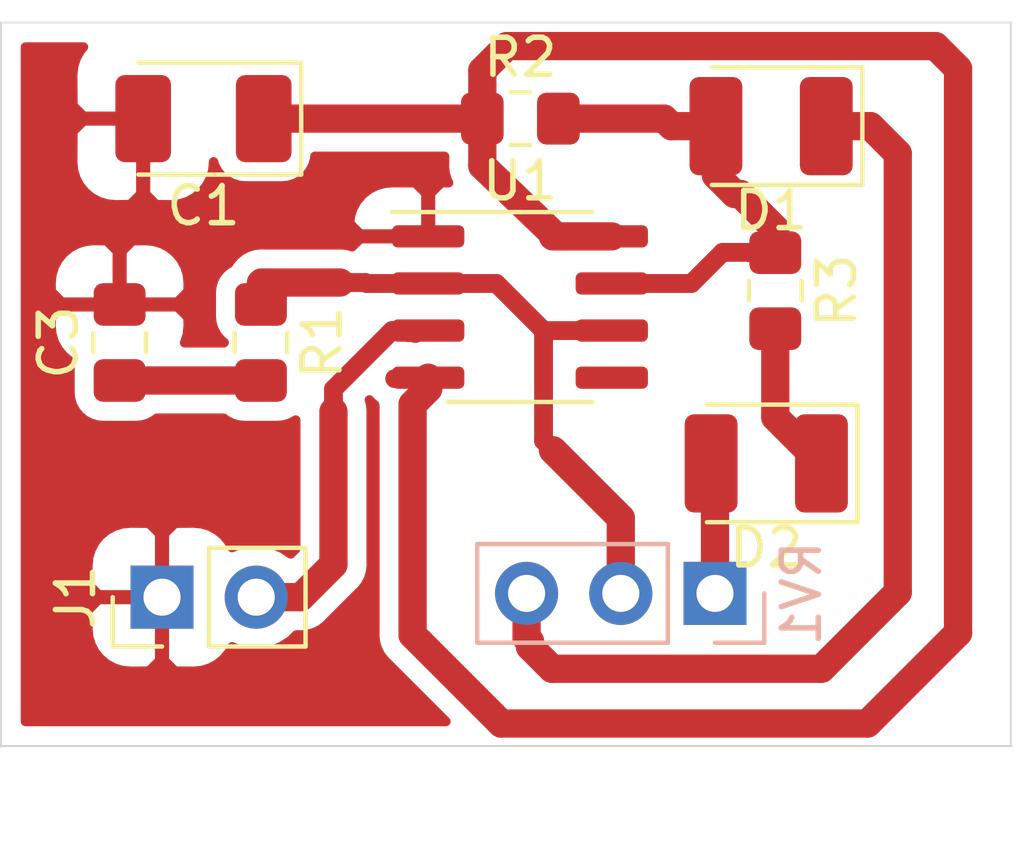
<source format=kicad_pcb>
(kicad_pcb (version 20171130) (host pcbnew 5.1.5-1.fc31)

  (general
    (thickness 1.6)
    (drawings 4)
    (tracks 75)
    (zones 0)
    (modules 10)
    (nets 11)
  )

  (page A4)
  (layers
    (0 F.Cu signal)
    (31 B.Cu signal)
    (32 B.Adhes user)
    (33 F.Adhes user)
    (34 B.Paste user)
    (35 F.Paste user)
    (36 B.SilkS user)
    (37 F.SilkS user)
    (38 B.Mask user)
    (39 F.Mask user)
    (40 Dwgs.User user)
    (41 Cmts.User user)
    (42 Eco1.User user)
    (43 Eco2.User user)
    (44 Edge.Cuts user)
    (45 Margin user)
    (46 B.CrtYd user)
    (47 F.CrtYd user)
    (48 B.Fab user)
    (49 F.Fab user)
  )

  (setup
    (last_trace_width 0.508)
    (user_trace_width 0.254)
    (user_trace_width 0.508)
    (user_trace_width 0.762)
    (trace_clearance 0.2)
    (zone_clearance 0.508)
    (zone_45_only no)
    (trace_min 0.2)
    (via_size 0.8)
    (via_drill 0.4)
    (via_min_size 0.4)
    (via_min_drill 0.3)
    (uvia_size 0.3)
    (uvia_drill 0.1)
    (uvias_allowed no)
    (uvia_min_size 0.2)
    (uvia_min_drill 0.1)
    (edge_width 0.05)
    (segment_width 0.2)
    (pcb_text_width 0.3)
    (pcb_text_size 1.5 1.5)
    (mod_edge_width 0.12)
    (mod_text_size 1 1)
    (mod_text_width 0.15)
    (pad_size 1.524 1.524)
    (pad_drill 0.762)
    (pad_to_mask_clearance 0.051)
    (solder_mask_min_width 0.25)
    (aux_axis_origin 0 0)
    (visible_elements FFFFFF7F)
    (pcbplotparams
      (layerselection 0x010fc_ffffffff)
      (usegerberextensions false)
      (usegerberattributes false)
      (usegerberadvancedattributes false)
      (creategerberjobfile false)
      (excludeedgelayer true)
      (linewidth 0.100000)
      (plotframeref false)
      (viasonmask false)
      (mode 1)
      (useauxorigin false)
      (hpglpennumber 1)
      (hpglpenspeed 20)
      (hpglpendiameter 15.000000)
      (psnegative false)
      (psa4output false)
      (plotreference true)
      (plotvalue true)
      (plotinvisibletext false)
      (padsonsilk false)
      (subtractmaskfromsilk false)
      (outputformat 1)
      (mirror false)
      (drillshape 1)
      (scaleselection 1)
      (outputdirectory ""))
  )

  (net 0 "")
  (net 1 +9V)
  (net 2 GND)
  (net 3 "Net-(C2-Pad1)")
  (net 4 "Net-(C3-Pad1)")
  (net 5 "Net-(D1-Pad2)")
  (net 6 "Net-(D1-Pad1)")
  (net 7 "Net-(D2-Pad1)")
  (net 8 "Net-(D2-Pad2)")
  (net 9 "Net-(J1-Pad2)")
  (net 10 "Net-(R1-Pad1)")

  (net_class Default "Ez az alapértelmezett vezetékosztály"
    (clearance 0.2)
    (trace_width 0.25)
    (via_dia 0.8)
    (via_drill 0.4)
    (uvia_dia 0.3)
    (uvia_drill 0.1)
    (add_net +9V)
    (add_net GND)
    (add_net "Net-(C2-Pad1)")
    (add_net "Net-(C3-Pad1)")
    (add_net "Net-(D1-Pad1)")
    (add_net "Net-(D1-Pad2)")
    (add_net "Net-(D2-Pad1)")
    (add_net "Net-(D2-Pad2)")
    (add_net "Net-(J1-Pad2)")
    (add_net "Net-(R1-Pad1)")
  )

  (module Capacitor_Tantalum_SMD:CP_EIA-3528-21_Kemet-B_Pad1.50x2.35mm_HandSolder (layer F.Cu) (tedit 5B342532) (tstamp 5E3252BA)
    (at 104.7998 90.424 180)
    (descr "Tantalum Capacitor SMD Kemet-B (3528-21 Metric), IPC_7351 nominal, (Body size from: http://www.kemet.com/Lists/ProductCatalog/Attachments/253/KEM_TC101_STD.pdf), generated with kicad-footprint-generator")
    (tags "capacitor tantalum")
    (path /5D458C7C)
    (attr smd)
    (fp_text reference C1 (at 0 -2.35) (layer F.SilkS)
      (effects (font (size 1 1) (thickness 0.15)))
    )
    (fp_text value CP (at 0 2.35) (layer F.Fab)
      (effects (font (size 1 1) (thickness 0.15)))
    )
    (fp_text user %R (at 0 0) (layer F.Fab)
      (effects (font (size 0.88 0.88) (thickness 0.13)))
    )
    (fp_line (start 2.62 1.65) (end -2.62 1.65) (layer F.CrtYd) (width 0.05))
    (fp_line (start 2.62 -1.65) (end 2.62 1.65) (layer F.CrtYd) (width 0.05))
    (fp_line (start -2.62 -1.65) (end 2.62 -1.65) (layer F.CrtYd) (width 0.05))
    (fp_line (start -2.62 1.65) (end -2.62 -1.65) (layer F.CrtYd) (width 0.05))
    (fp_line (start -2.635 1.51) (end 1.75 1.51) (layer F.SilkS) (width 0.12))
    (fp_line (start -2.635 -1.51) (end -2.635 1.51) (layer F.SilkS) (width 0.12))
    (fp_line (start 1.75 -1.51) (end -2.635 -1.51) (layer F.SilkS) (width 0.12))
    (fp_line (start 1.75 1.4) (end 1.75 -1.4) (layer F.Fab) (width 0.1))
    (fp_line (start -1.75 1.4) (end 1.75 1.4) (layer F.Fab) (width 0.1))
    (fp_line (start -1.75 -0.7) (end -1.75 1.4) (layer F.Fab) (width 0.1))
    (fp_line (start -1.05 -1.4) (end -1.75 -0.7) (layer F.Fab) (width 0.1))
    (fp_line (start 1.75 -1.4) (end -1.05 -1.4) (layer F.Fab) (width 0.1))
    (pad 2 smd roundrect (at 1.625 0 180) (size 1.5 2.35) (layers F.Cu F.Paste F.Mask) (roundrect_rratio 0.166667)
      (net 2 GND))
    (pad 1 smd roundrect (at -1.625 0 180) (size 1.5 2.35) (layers F.Cu F.Paste F.Mask) (roundrect_rratio 0.166667)
      (net 1 +9V))
    (model ${KISYS3DMOD}/Capacitor_Tantalum_SMD.3dshapes/CP_EIA-3528-21_Kemet-B.wrl
      (at (xyz 0 0 0))
      (scale (xyz 1 1 1))
      (rotate (xyz 0 0 0))
    )
  )

  (module Connector_PinHeader_2.54mm:PinHeader_1x03_P2.54mm_Vertical (layer B.Cu) (tedit 59FED5CC) (tstamp 5E324C31)
    (at 118.5926 103.2256 90)
    (descr "Through hole straight pin header, 1x03, 2.54mm pitch, single row")
    (tags "Through hole pin header THT 1x03 2.54mm single row")
    (path /5D45A4A3)
    (fp_text reference RV1 (at 0 2.33 90) (layer B.SilkS)
      (effects (font (size 1 1) (thickness 0.15)) (justify mirror))
    )
    (fp_text value R_POT (at 0 -7.41 90) (layer B.Fab)
      (effects (font (size 1 1) (thickness 0.15)) (justify mirror))
    )
    (fp_line (start -0.635 1.27) (end 1.27 1.27) (layer B.Fab) (width 0.1))
    (fp_line (start 1.27 1.27) (end 1.27 -6.35) (layer B.Fab) (width 0.1))
    (fp_line (start 1.27 -6.35) (end -1.27 -6.35) (layer B.Fab) (width 0.1))
    (fp_line (start -1.27 -6.35) (end -1.27 0.635) (layer B.Fab) (width 0.1))
    (fp_line (start -1.27 0.635) (end -0.635 1.27) (layer B.Fab) (width 0.1))
    (fp_line (start -1.33 -6.41) (end 1.33 -6.41) (layer B.SilkS) (width 0.12))
    (fp_line (start -1.33 -1.27) (end -1.33 -6.41) (layer B.SilkS) (width 0.12))
    (fp_line (start 1.33 -1.27) (end 1.33 -6.41) (layer B.SilkS) (width 0.12))
    (fp_line (start -1.33 -1.27) (end 1.33 -1.27) (layer B.SilkS) (width 0.12))
    (fp_line (start -1.33 0) (end -1.33 1.33) (layer B.SilkS) (width 0.12))
    (fp_line (start -1.33 1.33) (end 0 1.33) (layer B.SilkS) (width 0.12))
    (fp_line (start -1.8 1.8) (end -1.8 -6.85) (layer B.CrtYd) (width 0.05))
    (fp_line (start -1.8 -6.85) (end 1.8 -6.85) (layer B.CrtYd) (width 0.05))
    (fp_line (start 1.8 -6.85) (end 1.8 1.8) (layer B.CrtYd) (width 0.05))
    (fp_line (start 1.8 1.8) (end -1.8 1.8) (layer B.CrtYd) (width 0.05))
    (fp_text user %R (at 0 -2.54 180) (layer B.Fab)
      (effects (font (size 1 1) (thickness 0.15)) (justify mirror))
    )
    (pad 1 thru_hole rect (at 0 0 90) (size 1.7 1.7) (drill 1) (layers *.Cu *.Mask)
      (net 8 "Net-(D2-Pad2)"))
    (pad 2 thru_hole oval (at 0 -2.54 90) (size 1.7 1.7) (drill 1) (layers *.Cu *.Mask)
      (net 10 "Net-(R1-Pad1)"))
    (pad 3 thru_hole oval (at 0 -5.08 90) (size 1.7 1.7) (drill 1) (layers *.Cu *.Mask)
      (net 6 "Net-(D1-Pad1)"))
    (model ${KISYS3DMOD}/Connector_PinHeader_2.54mm.3dshapes/PinHeader_1x03_P2.54mm_Vertical.wrl
      (at (xyz 0 0 0))
      (scale (xyz 1 1 1))
      (rotate (xyz 0 0 0))
    )
  )

  (module Capacitor_SMD:C_0805_2012Metric_Pad1.15x1.40mm_HandSolder (layer F.Cu) (tedit 5B36C52B) (tstamp 5E324B29)
    (at 102.5398 96.4602 90)
    (descr "Capacitor SMD 0805 (2012 Metric), square (rectangular) end terminal, IPC_7351 nominal with elongated pad for handsoldering. (Body size source: https://docs.google.com/spreadsheets/d/1BsfQQcO9C6DZCsRaXUlFlo91Tg2WpOkGARC1WS5S8t0/edit?usp=sharing), generated with kicad-footprint-generator")
    (tags "capacitor handsolder")
    (path /5D45AC41)
    (attr smd)
    (fp_text reference C3 (at 0 -1.65 90) (layer F.SilkS)
      (effects (font (size 1 1) (thickness 0.15)))
    )
    (fp_text value C (at 0 1.65 90) (layer F.Fab)
      (effects (font (size 1 1) (thickness 0.15)))
    )
    (fp_text user %R (at 0 0 90) (layer F.Fab)
      (effects (font (size 0.5 0.5) (thickness 0.08)))
    )
    (fp_line (start 1.85 0.95) (end -1.85 0.95) (layer F.CrtYd) (width 0.05))
    (fp_line (start 1.85 -0.95) (end 1.85 0.95) (layer F.CrtYd) (width 0.05))
    (fp_line (start -1.85 -0.95) (end 1.85 -0.95) (layer F.CrtYd) (width 0.05))
    (fp_line (start -1.85 0.95) (end -1.85 -0.95) (layer F.CrtYd) (width 0.05))
    (fp_line (start -0.261252 0.71) (end 0.261252 0.71) (layer F.SilkS) (width 0.12))
    (fp_line (start -0.261252 -0.71) (end 0.261252 -0.71) (layer F.SilkS) (width 0.12))
    (fp_line (start 1 0.6) (end -1 0.6) (layer F.Fab) (width 0.1))
    (fp_line (start 1 -0.6) (end 1 0.6) (layer F.Fab) (width 0.1))
    (fp_line (start -1 -0.6) (end 1 -0.6) (layer F.Fab) (width 0.1))
    (fp_line (start -1 0.6) (end -1 -0.6) (layer F.Fab) (width 0.1))
    (pad 2 smd roundrect (at 1.025 0 90) (size 1.15 1.4) (layers F.Cu F.Paste F.Mask) (roundrect_rratio 0.217391)
      (net 2 GND))
    (pad 1 smd roundrect (at -1.025 0 90) (size 1.15 1.4) (layers F.Cu F.Paste F.Mask) (roundrect_rratio 0.217391)
      (net 4 "Net-(C3-Pad1)"))
    (model ${KISYS3DMOD}/Capacitor_SMD.3dshapes/C_0805_2012Metric.wrl
      (at (xyz 0 0 0))
      (scale (xyz 1 1 1))
      (rotate (xyz 0 0 0))
    )
  )

  (module Diode_SMD:D_1210_3225Metric_Pad1.42x2.65mm_HandSolder (layer F.Cu) (tedit 5B4B45C8) (tstamp 5E324A6B)
    (at 120.1055 90.6272 180)
    (descr "Diode SMD 1210 (3225 Metric), square (rectangular) end terminal, IPC_7351 nominal, (Body size source: http://www.tortai-tech.com/upload/download/2011102023233369053.pdf), generated with kicad-footprint-generator")
    (tags "diode handsolder")
    (path /5D46A108)
    (attr smd)
    (fp_text reference D1 (at 0 -2.28) (layer F.SilkS)
      (effects (font (size 1 1) (thickness 0.15)))
    )
    (fp_text value D (at 0 2.28) (layer F.Fab)
      (effects (font (size 1 1) (thickness 0.15)))
    )
    (fp_text user %R (at 0 0) (layer F.Fab)
      (effects (font (size 0.8 0.8) (thickness 0.12)))
    )
    (fp_line (start 2.45 1.58) (end -2.45 1.58) (layer F.CrtYd) (width 0.05))
    (fp_line (start 2.45 -1.58) (end 2.45 1.58) (layer F.CrtYd) (width 0.05))
    (fp_line (start -2.45 -1.58) (end 2.45 -1.58) (layer F.CrtYd) (width 0.05))
    (fp_line (start -2.45 1.58) (end -2.45 -1.58) (layer F.CrtYd) (width 0.05))
    (fp_line (start -2.46 1.585) (end 1.6 1.585) (layer F.SilkS) (width 0.12))
    (fp_line (start -2.46 -1.585) (end -2.46 1.585) (layer F.SilkS) (width 0.12))
    (fp_line (start 1.6 -1.585) (end -2.46 -1.585) (layer F.SilkS) (width 0.12))
    (fp_line (start 1.6 1.25) (end 1.6 -1.25) (layer F.Fab) (width 0.1))
    (fp_line (start -1.6 1.25) (end 1.6 1.25) (layer F.Fab) (width 0.1))
    (fp_line (start -1.6 -0.625) (end -1.6 1.25) (layer F.Fab) (width 0.1))
    (fp_line (start -0.975 -1.25) (end -1.6 -0.625) (layer F.Fab) (width 0.1))
    (fp_line (start 1.6 -1.25) (end -0.975 -1.25) (layer F.Fab) (width 0.1))
    (pad 2 smd roundrect (at 1.4875 0 180) (size 1.425 2.65) (layers F.Cu F.Paste F.Mask) (roundrect_rratio 0.175439)
      (net 5 "Net-(D1-Pad2)"))
    (pad 1 smd roundrect (at -1.4875 0 180) (size 1.425 2.65) (layers F.Cu F.Paste F.Mask) (roundrect_rratio 0.175439)
      (net 6 "Net-(D1-Pad1)"))
    (model ${KISYS3DMOD}/Diode_SMD.3dshapes/D_1210_3225Metric.wrl
      (at (xyz 0 0 0))
      (scale (xyz 1 1 1))
      (rotate (xyz 0 0 0))
    )
  )

  (module Diode_SMD:D_1210_3225Metric_Pad1.42x2.65mm_HandSolder (layer F.Cu) (tedit 5B4B45C8) (tstamp 5E324AE9)
    (at 119.9753 99.7204 180)
    (descr "Diode SMD 1210 (3225 Metric), square (rectangular) end terminal, IPC_7351 nominal, (Body size source: http://www.tortai-tech.com/upload/download/2011102023233369053.pdf), generated with kicad-footprint-generator")
    (tags "diode handsolder")
    (path /5D4692A9)
    (attr smd)
    (fp_text reference D2 (at 0 -2.28) (layer F.SilkS)
      (effects (font (size 1 1) (thickness 0.15)))
    )
    (fp_text value D (at 0 2.28) (layer F.Fab)
      (effects (font (size 1 1) (thickness 0.15)))
    )
    (fp_line (start 1.6 -1.25) (end -0.975 -1.25) (layer F.Fab) (width 0.1))
    (fp_line (start -0.975 -1.25) (end -1.6 -0.625) (layer F.Fab) (width 0.1))
    (fp_line (start -1.6 -0.625) (end -1.6 1.25) (layer F.Fab) (width 0.1))
    (fp_line (start -1.6 1.25) (end 1.6 1.25) (layer F.Fab) (width 0.1))
    (fp_line (start 1.6 1.25) (end 1.6 -1.25) (layer F.Fab) (width 0.1))
    (fp_line (start 1.6 -1.585) (end -2.46 -1.585) (layer F.SilkS) (width 0.12))
    (fp_line (start -2.46 -1.585) (end -2.46 1.585) (layer F.SilkS) (width 0.12))
    (fp_line (start -2.46 1.585) (end 1.6 1.585) (layer F.SilkS) (width 0.12))
    (fp_line (start -2.45 1.58) (end -2.45 -1.58) (layer F.CrtYd) (width 0.05))
    (fp_line (start -2.45 -1.58) (end 2.45 -1.58) (layer F.CrtYd) (width 0.05))
    (fp_line (start 2.45 -1.58) (end 2.45 1.58) (layer F.CrtYd) (width 0.05))
    (fp_line (start 2.45 1.58) (end -2.45 1.58) (layer F.CrtYd) (width 0.05))
    (fp_text user %R (at 0 0) (layer F.Fab)
      (effects (font (size 0.8 0.8) (thickness 0.12)))
    )
    (pad 1 smd roundrect (at -1.4875 0 180) (size 1.425 2.65) (layers F.Cu F.Paste F.Mask) (roundrect_rratio 0.175439)
      (net 7 "Net-(D2-Pad1)"))
    (pad 2 smd roundrect (at 1.4875 0 180) (size 1.425 2.65) (layers F.Cu F.Paste F.Mask) (roundrect_rratio 0.175439)
      (net 8 "Net-(D2-Pad2)"))
    (model ${KISYS3DMOD}/Diode_SMD.3dshapes/D_1210_3225Metric.wrl
      (at (xyz 0 0 0))
      (scale (xyz 1 1 1))
      (rotate (xyz 0 0 0))
    )
  )

  (module Connector_PinHeader_2.54mm:PinHeader_1x02_P2.54mm_Vertical (layer F.Cu) (tedit 59FED5CC) (tstamp 5E3251B7)
    (at 103.6828 103.3272 90)
    (descr "Through hole straight pin header, 1x02, 2.54mm pitch, single row")
    (tags "Through hole pin header THT 1x02 2.54mm single row")
    (path /5D47CAF8)
    (fp_text reference J1 (at 0 -2.33 90) (layer F.SilkS)
      (effects (font (size 1 1) (thickness 0.15)))
    )
    (fp_text value Conn_01x02_Male (at 0 4.87 90) (layer F.Fab)
      (effects (font (size 1 1) (thickness 0.15)))
    )
    (fp_line (start -0.635 -1.27) (end 1.27 -1.27) (layer F.Fab) (width 0.1))
    (fp_line (start 1.27 -1.27) (end 1.27 3.81) (layer F.Fab) (width 0.1))
    (fp_line (start 1.27 3.81) (end -1.27 3.81) (layer F.Fab) (width 0.1))
    (fp_line (start -1.27 3.81) (end -1.27 -0.635) (layer F.Fab) (width 0.1))
    (fp_line (start -1.27 -0.635) (end -0.635 -1.27) (layer F.Fab) (width 0.1))
    (fp_line (start -1.33 3.87) (end 1.33 3.87) (layer F.SilkS) (width 0.12))
    (fp_line (start -1.33 1.27) (end -1.33 3.87) (layer F.SilkS) (width 0.12))
    (fp_line (start 1.33 1.27) (end 1.33 3.87) (layer F.SilkS) (width 0.12))
    (fp_line (start -1.33 1.27) (end 1.33 1.27) (layer F.SilkS) (width 0.12))
    (fp_line (start -1.33 0) (end -1.33 -1.33) (layer F.SilkS) (width 0.12))
    (fp_line (start -1.33 -1.33) (end 0 -1.33) (layer F.SilkS) (width 0.12))
    (fp_line (start -1.8 -1.8) (end -1.8 4.35) (layer F.CrtYd) (width 0.05))
    (fp_line (start -1.8 4.35) (end 1.8 4.35) (layer F.CrtYd) (width 0.05))
    (fp_line (start 1.8 4.35) (end 1.8 -1.8) (layer F.CrtYd) (width 0.05))
    (fp_line (start 1.8 -1.8) (end -1.8 -1.8) (layer F.CrtYd) (width 0.05))
    (fp_text user %R (at 0 1.27) (layer F.Fab)
      (effects (font (size 1 1) (thickness 0.15)))
    )
    (pad 1 thru_hole rect (at 0 0 90) (size 1.7 1.7) (drill 1) (layers *.Cu *.Mask)
      (net 2 GND))
    (pad 2 thru_hole oval (at 0 2.54 90) (size 1.7 1.7) (drill 1) (layers *.Cu *.Mask)
      (net 9 "Net-(J1-Pad2)"))
    (model ${KISYS3DMOD}/Connector_PinHeader_2.54mm.3dshapes/PinHeader_1x02_P2.54mm_Vertical.wrl
      (at (xyz 0 0 0))
      (scale (xyz 1 1 1))
      (rotate (xyz 0 0 0))
    )
  )

  (module Resistor_SMD:R_0805_2012Metric_Pad1.15x1.40mm_HandSolder (layer F.Cu) (tedit 5B36C52B) (tstamp 5E324A24)
    (at 106.3498 96.4602 270)
    (descr "Resistor SMD 0805 (2012 Metric), square (rectangular) end terminal, IPC_7351 nominal with elongated pad for handsoldering. (Body size source: https://docs.google.com/spreadsheets/d/1BsfQQcO9C6DZCsRaXUlFlo91Tg2WpOkGARC1WS5S8t0/edit?usp=sharing), generated with kicad-footprint-generator")
    (tags "resistor handsolder")
    (path /5D45A17B)
    (attr smd)
    (fp_text reference R1 (at 0 -1.65 90) (layer F.SilkS)
      (effects (font (size 1 1) (thickness 0.15)))
    )
    (fp_text value R (at 0 1.65 90) (layer F.Fab)
      (effects (font (size 1 1) (thickness 0.15)))
    )
    (fp_text user %R (at 0 0 90) (layer F.Fab)
      (effects (font (size 0.5 0.5) (thickness 0.08)))
    )
    (fp_line (start 1.85 0.95) (end -1.85 0.95) (layer F.CrtYd) (width 0.05))
    (fp_line (start 1.85 -0.95) (end 1.85 0.95) (layer F.CrtYd) (width 0.05))
    (fp_line (start -1.85 -0.95) (end 1.85 -0.95) (layer F.CrtYd) (width 0.05))
    (fp_line (start -1.85 0.95) (end -1.85 -0.95) (layer F.CrtYd) (width 0.05))
    (fp_line (start -0.261252 0.71) (end 0.261252 0.71) (layer F.SilkS) (width 0.12))
    (fp_line (start -0.261252 -0.71) (end 0.261252 -0.71) (layer F.SilkS) (width 0.12))
    (fp_line (start 1 0.6) (end -1 0.6) (layer F.Fab) (width 0.1))
    (fp_line (start 1 -0.6) (end 1 0.6) (layer F.Fab) (width 0.1))
    (fp_line (start -1 -0.6) (end 1 -0.6) (layer F.Fab) (width 0.1))
    (fp_line (start -1 0.6) (end -1 -0.6) (layer F.Fab) (width 0.1))
    (pad 2 smd roundrect (at 1.025 0 270) (size 1.15 1.4) (layers F.Cu F.Paste F.Mask) (roundrect_rratio 0.217391)
      (net 4 "Net-(C3-Pad1)"))
    (pad 1 smd roundrect (at -1.025 0 270) (size 1.15 1.4) (layers F.Cu F.Paste F.Mask) (roundrect_rratio 0.217391)
      (net 10 "Net-(R1-Pad1)"))
    (model ${KISYS3DMOD}/Resistor_SMD.3dshapes/R_0805_2012Metric.wrl
      (at (xyz 0 0 0))
      (scale (xyz 1 1 1))
      (rotate (xyz 0 0 0))
    )
  )

  (module Resistor_SMD:R_0805_2012Metric_Pad1.15x1.40mm_HandSolder (layer F.Cu) (tedit 5B36C52B) (tstamp 5E324BAD)
    (at 113.3438 90.424)
    (descr "Resistor SMD 0805 (2012 Metric), square (rectangular) end terminal, IPC_7351 nominal with elongated pad for handsoldering. (Body size source: https://docs.google.com/spreadsheets/d/1BsfQQcO9C6DZCsRaXUlFlo91Tg2WpOkGARC1WS5S8t0/edit?usp=sharing), generated with kicad-footprint-generator")
    (tags "resistor handsolder")
    (path /5D459ACC)
    (attr smd)
    (fp_text reference R2 (at 0 -1.65) (layer F.SilkS)
      (effects (font (size 1 1) (thickness 0.15)))
    )
    (fp_text value R (at 0 1.65) (layer F.Fab)
      (effects (font (size 1 1) (thickness 0.15)))
    )
    (fp_text user %R (at 0 0) (layer F.Fab)
      (effects (font (size 0.5 0.5) (thickness 0.08)))
    )
    (fp_line (start 1.85 0.95) (end -1.85 0.95) (layer F.CrtYd) (width 0.05))
    (fp_line (start 1.85 -0.95) (end 1.85 0.95) (layer F.CrtYd) (width 0.05))
    (fp_line (start -1.85 -0.95) (end 1.85 -0.95) (layer F.CrtYd) (width 0.05))
    (fp_line (start -1.85 0.95) (end -1.85 -0.95) (layer F.CrtYd) (width 0.05))
    (fp_line (start -0.261252 0.71) (end 0.261252 0.71) (layer F.SilkS) (width 0.12))
    (fp_line (start -0.261252 -0.71) (end 0.261252 -0.71) (layer F.SilkS) (width 0.12))
    (fp_line (start 1 0.6) (end -1 0.6) (layer F.Fab) (width 0.1))
    (fp_line (start 1 -0.6) (end 1 0.6) (layer F.Fab) (width 0.1))
    (fp_line (start -1 -0.6) (end 1 -0.6) (layer F.Fab) (width 0.1))
    (fp_line (start -1 0.6) (end -1 -0.6) (layer F.Fab) (width 0.1))
    (pad 2 smd roundrect (at 1.025 0) (size 1.15 1.4) (layers F.Cu F.Paste F.Mask) (roundrect_rratio 0.217391)
      (net 5 "Net-(D1-Pad2)"))
    (pad 1 smd roundrect (at -1.025 0) (size 1.15 1.4) (layers F.Cu F.Paste F.Mask) (roundrect_rratio 0.217391)
      (net 1 +9V))
    (model ${KISYS3DMOD}/Resistor_SMD.3dshapes/R_0805_2012Metric.wrl
      (at (xyz 0 0 0))
      (scale (xyz 1 1 1))
      (rotate (xyz 0 0 0))
    )
  )

  (module Resistor_SMD:R_0805_2012Metric_Pad1.15x1.40mm_HandSolder (layer F.Cu) (tedit 5B36C52B) (tstamp 5E3250BC)
    (at 120.2182 95.0632 270)
    (descr "Resistor SMD 0805 (2012 Metric), square (rectangular) end terminal, IPC_7351 nominal with elongated pad for handsoldering. (Body size source: https://docs.google.com/spreadsheets/d/1BsfQQcO9C6DZCsRaXUlFlo91Tg2WpOkGARC1WS5S8t0/edit?usp=sharing), generated with kicad-footprint-generator")
    (tags "resistor handsolder")
    (path /5D459EA4)
    (attr smd)
    (fp_text reference R3 (at 0 -1.65 90) (layer F.SilkS)
      (effects (font (size 1 1) (thickness 0.15)))
    )
    (fp_text value R (at 0 1.65 90) (layer F.Fab)
      (effects (font (size 1 1) (thickness 0.15)))
    )
    (fp_line (start -1 0.6) (end -1 -0.6) (layer F.Fab) (width 0.1))
    (fp_line (start -1 -0.6) (end 1 -0.6) (layer F.Fab) (width 0.1))
    (fp_line (start 1 -0.6) (end 1 0.6) (layer F.Fab) (width 0.1))
    (fp_line (start 1 0.6) (end -1 0.6) (layer F.Fab) (width 0.1))
    (fp_line (start -0.261252 -0.71) (end 0.261252 -0.71) (layer F.SilkS) (width 0.12))
    (fp_line (start -0.261252 0.71) (end 0.261252 0.71) (layer F.SilkS) (width 0.12))
    (fp_line (start -1.85 0.95) (end -1.85 -0.95) (layer F.CrtYd) (width 0.05))
    (fp_line (start -1.85 -0.95) (end 1.85 -0.95) (layer F.CrtYd) (width 0.05))
    (fp_line (start 1.85 -0.95) (end 1.85 0.95) (layer F.CrtYd) (width 0.05))
    (fp_line (start 1.85 0.95) (end -1.85 0.95) (layer F.CrtYd) (width 0.05))
    (fp_text user %R (at 0 0 90) (layer F.Fab)
      (effects (font (size 0.5 0.5) (thickness 0.08)))
    )
    (pad 1 smd roundrect (at -1.025 0 270) (size 1.15 1.4) (layers F.Cu F.Paste F.Mask) (roundrect_rratio 0.217391)
      (net 5 "Net-(D1-Pad2)"))
    (pad 2 smd roundrect (at 1.025 0 270) (size 1.15 1.4) (layers F.Cu F.Paste F.Mask) (roundrect_rratio 0.217391)
      (net 7 "Net-(D2-Pad1)"))
    (model ${KISYS3DMOD}/Resistor_SMD.3dshapes/R_0805_2012Metric.wrl
      (at (xyz 0 0 0))
      (scale (xyz 1 1 1))
      (rotate (xyz 0 0 0))
    )
  )

  (module Package_SO:SOIC-8_3.9x4.9mm_P1.27mm (layer F.Cu) (tedit 5C97300E) (tstamp 5E324BE6)
    (at 113.3348 95.504)
    (descr "SOIC, 8 Pin (JEDEC MS-012AA, https://www.analog.com/media/en/package-pcb-resources/package/pkg_pdf/soic_narrow-r/r_8.pdf), generated with kicad-footprint-generator ipc_gullwing_generator.py")
    (tags "SOIC SO")
    (path /5D456AFD)
    (attr smd)
    (fp_text reference U1 (at 0 -3.4) (layer F.SilkS)
      (effects (font (size 1 1) (thickness 0.15)))
    )
    (fp_text value LM555 (at 0 3.4) (layer F.Fab)
      (effects (font (size 1 1) (thickness 0.15)))
    )
    (fp_line (start 0 2.56) (end 1.95 2.56) (layer F.SilkS) (width 0.12))
    (fp_line (start 0 2.56) (end -1.95 2.56) (layer F.SilkS) (width 0.12))
    (fp_line (start 0 -2.56) (end 1.95 -2.56) (layer F.SilkS) (width 0.12))
    (fp_line (start 0 -2.56) (end -3.45 -2.56) (layer F.SilkS) (width 0.12))
    (fp_line (start -0.975 -2.45) (end 1.95 -2.45) (layer F.Fab) (width 0.1))
    (fp_line (start 1.95 -2.45) (end 1.95 2.45) (layer F.Fab) (width 0.1))
    (fp_line (start 1.95 2.45) (end -1.95 2.45) (layer F.Fab) (width 0.1))
    (fp_line (start -1.95 2.45) (end -1.95 -1.475) (layer F.Fab) (width 0.1))
    (fp_line (start -1.95 -1.475) (end -0.975 -2.45) (layer F.Fab) (width 0.1))
    (fp_line (start -3.7 -2.7) (end -3.7 2.7) (layer F.CrtYd) (width 0.05))
    (fp_line (start -3.7 2.7) (end 3.7 2.7) (layer F.CrtYd) (width 0.05))
    (fp_line (start 3.7 2.7) (end 3.7 -2.7) (layer F.CrtYd) (width 0.05))
    (fp_line (start 3.7 -2.7) (end -3.7 -2.7) (layer F.CrtYd) (width 0.05))
    (fp_text user %R (at 0 0) (layer F.Fab)
      (effects (font (size 0.98 0.98) (thickness 0.15)))
    )
    (pad 1 smd roundrect (at -2.475 -1.905) (size 1.95 0.6) (layers F.Cu F.Paste F.Mask) (roundrect_rratio 0.25)
      (net 2 GND))
    (pad 2 smd roundrect (at -2.475 -0.635) (size 1.95 0.6) (layers F.Cu F.Paste F.Mask) (roundrect_rratio 0.25)
      (net 10 "Net-(R1-Pad1)"))
    (pad 3 smd roundrect (at -2.475 0.635) (size 1.95 0.6) (layers F.Cu F.Paste F.Mask) (roundrect_rratio 0.25)
      (net 9 "Net-(J1-Pad2)"))
    (pad 4 smd roundrect (at -2.475 1.905) (size 1.95 0.6) (layers F.Cu F.Paste F.Mask) (roundrect_rratio 0.25)
      (net 1 +9V))
    (pad 5 smd roundrect (at 2.475 1.905) (size 1.95 0.6) (layers F.Cu F.Paste F.Mask) (roundrect_rratio 0.25)
      (net 3 "Net-(C2-Pad1)"))
    (pad 6 smd roundrect (at 2.475 0.635) (size 1.95 0.6) (layers F.Cu F.Paste F.Mask) (roundrect_rratio 0.25)
      (net 10 "Net-(R1-Pad1)"))
    (pad 7 smd roundrect (at 2.475 -0.635) (size 1.95 0.6) (layers F.Cu F.Paste F.Mask) (roundrect_rratio 0.25)
      (net 5 "Net-(D1-Pad2)"))
    (pad 8 smd roundrect (at 2.475 -1.905) (size 1.95 0.6) (layers F.Cu F.Paste F.Mask) (roundrect_rratio 0.25)
      (net 1 +9V))
    (model ${KISYS3DMOD}/Package_SO.3dshapes/SOIC-8_3.9x4.9mm_P1.27mm.wrl
      (at (xyz 0 0 0))
      (scale (xyz 1 1 1))
      (rotate (xyz 0 0 0))
    )
  )

  (gr_line (start 99.3394 107.3658) (end 99.3394 87.8332) (layer Edge.Cuts) (width 0.05))
  (gr_line (start 126.5936 107.3404) (end 99.3394 107.3404) (layer Edge.Cuts) (width 0.05) (tstamp 5E324A54))
  (gr_line (start 126.5682 87.8332) (end 126.5682 107.3404) (layer Edge.Cuts) (width 0.05) (tstamp 5E324B59))
  (gr_line (start 99.3394 87.8332) (end 126.5682 87.8332) (layer Edge.Cuts) (width 0.05) (tstamp 5E324A57))

  (segment (start 106.4248 90.424) (end 112.3188 90.424) (width 0.762) (layer F.Cu) (net 1) (tstamp 5E324A4B))
  (segment (start 115.8098 93.599) (end 114.2238 93.599) (width 0.762) (layer F.Cu) (net 1) (tstamp 5E324B4A))
  (segment (start 112.3188 91.694) (end 112.3188 90.424) (width 0.762) (layer F.Cu) (net 1) (tstamp 5E324CA6))
  (segment (start 114.2238 93.599) (end 114.2238 93.5228) (width 0.762) (layer F.Cu) (net 1) (tstamp 5E324A4E))
  (segment (start 114.2238 93.5228) (end 112.3188 91.694) (width 0.762) (layer F.Cu) (net 1) (tstamp 5E324C94))
  (segment (start 110.363 97.409) (end 110.8598 97.409) (width 0.508) (layer F.Cu) (net 1) (tstamp 5E324B56))
  (segment (start 110.3376 97.4344) (end 110.363 97.409) (width 0.508) (layer F.Cu) (net 1) (tstamp 5E324B53))
  (segment (start 109.9566 97.4344) (end 110.3376 97.4344) (width 0.508) (layer F.Cu) (net 1) (tstamp 5E324B50))
  (segment (start 112.3188 89.1286) (end 112.3188 90.424) (width 0.762) (layer F.Cu) (net 1))
  (segment (start 112.9792 88.4682) (end 112.3188 89.1286) (width 0.762) (layer F.Cu) (net 1))
  (segment (start 125.1458 89.0778) (end 124.5362 88.4682) (width 0.762) (layer F.Cu) (net 1))
  (segment (start 122.70381 106.73439) (end 125.1458 104.2924) (width 0.762) (layer F.Cu) (net 1))
  (segment (start 110.8598 97.709) (end 110.4392 98.1296) (width 0.762) (layer F.Cu) (net 1))
  (segment (start 110.4392 98.1296) (end 110.4392 104.3432) (width 0.762) (layer F.Cu) (net 1))
  (segment (start 125.1458 104.2924) (end 125.1458 89.0778) (width 0.762) (layer F.Cu) (net 1))
  (segment (start 110.8598 97.409) (end 110.8598 97.709) (width 0.762) (layer F.Cu) (net 1))
  (segment (start 124.5362 88.4682) (end 112.9792 88.4682) (width 0.762) (layer F.Cu) (net 1))
  (segment (start 110.4392 104.3432) (end 112.83039 106.73439) (width 0.762) (layer F.Cu) (net 1))
  (segment (start 112.83039 106.73439) (end 122.70381 106.73439) (width 0.762) (layer F.Cu) (net 1))
  (segment (start 102.5398 97.4852) (end 106.3498 97.4852) (width 0.762) (layer F.Cu) (net 4))
  (segment (start 117.2178 90.424) (end 114.3688 90.424) (width 0.762) (layer F.Cu) (net 5) (tstamp 5E324A96))
  (segment (start 117.421 90.6272) (end 118.618 90.6272) (width 0.762) (layer F.Cu) (net 5))
  (segment (start 117.2178 90.424) (end 117.421 90.6272) (width 0.762) (layer F.Cu) (net 5))
  (segment (start 120.2182 94.0382) (end 120.2182 93.3958) (width 0.762) (layer F.Cu) (net 5))
  (segment (start 120.2182 93.3958) (end 119.2784 92.456) (width 0.762) (layer F.Cu) (net 5))
  (segment (start 118.618 91.9522) (end 118.618 90.6272) (width 0.762) (layer F.Cu) (net 5))
  (segment (start 119.1218 92.456) (end 118.618 91.9522) (width 0.762) (layer F.Cu) (net 5))
  (segment (start 119.2784 92.456) (end 119.1218 92.456) (width 0.762) (layer F.Cu) (net 5))
  (segment (start 119.5182 94.0382) (end 119.5108 94.0308) (width 0.508) (layer F.Cu) (net 5))
  (segment (start 120.2182 94.0382) (end 119.5182 94.0382) (width 0.508) (layer F.Cu) (net 5))
  (segment (start 119.5108 94.0308) (end 118.7958 94.0308) (width 0.508) (layer F.Cu) (net 5))
  (segment (start 117.9576 94.869) (end 115.8098 94.869) (width 0.508) (layer F.Cu) (net 5))
  (segment (start 118.7958 94.0308) (end 117.9576 94.869) (width 0.508) (layer F.Cu) (net 5))
  (segment (start 122.7836 90.6272) (end 121.593 90.6272) (width 0.762) (layer F.Cu) (net 6))
  (segment (start 123.5202 103.2002) (end 123.5202 91.3638) (width 0.762) (layer F.Cu) (net 6))
  (segment (start 121.4628 105.2576) (end 123.5202 103.2002) (width 0.762) (layer F.Cu) (net 6))
  (segment (start 123.5202 91.3638) (end 122.7836 90.6272) (width 0.762) (layer F.Cu) (net 6))
  (segment (start 113.5126 104.427681) (end 113.605919 104.521) (width 0.762) (layer F.Cu) (net 6))
  (segment (start 113.605919 104.521) (end 113.605919 104.665119) (width 0.762) (layer F.Cu) (net 6))
  (segment (start 113.5126 103.2256) (end 113.5126 104.427681) (width 0.762) (layer F.Cu) (net 6))
  (segment (start 113.605919 104.665119) (end 114.1984 105.2576) (width 0.762) (layer F.Cu) (net 6))
  (segment (start 114.1984 105.2576) (end 121.4628 105.2576) (width 0.762) (layer F.Cu) (net 6))
  (segment (start 120.2182 98.4758) (end 120.2182 96.0882) (width 0.762) (layer F.Cu) (net 7))
  (segment (start 121.4628 99.7204) (end 120.2182 98.4758) (width 0.762) (layer F.Cu) (net 7))
  (segment (start 118.5926 99.8252) (end 118.4878 99.7204) (width 0.762) (layer F.Cu) (net 8))
  (segment (start 118.5926 103.2256) (end 118.5926 99.8252) (width 0.762) (layer F.Cu) (net 8))
  (segment (start 110.4646 96.139) (end 110.4392 96.1644) (width 0.508) (layer F.Cu) (net 9) (tstamp 5E324CA0))
  (segment (start 110.363 96.139) (end 110.3122 96.1898) (width 0.508) (layer F.Cu) (net 9))
  (segment (start 110.3122 96.1898) (end 110.4646 96.139) (width 0.508) (layer F.Cu) (net 9))
  (segment (start 110.1852 96.139) (end 110.1598 96.1644) (width 0.508) (layer F.Cu) (net 9))
  (segment (start 110.1598 96.1644) (end 110.363 96.139) (width 0.508) (layer F.Cu) (net 9))
  (segment (start 110.8598 96.139) (end 110.5916 96.139) (width 0.508) (layer F.Cu) (net 9))
  (segment (start 110.5916 96.139) (end 110.5154 96.2152) (width 0.508) (layer F.Cu) (net 9))
  (segment (start 110.5154 96.2152) (end 110.1852 96.139) (width 0.508) (layer F.Cu) (net 9))
  (segment (start 107.424881 103.3272) (end 108.3056 102.446481) (width 0.762) (layer F.Cu) (net 9))
  (segment (start 106.2228 103.3272) (end 107.424881 103.3272) (width 0.762) (layer F.Cu) (net 9))
  (segment (start 108.3056 102.446481) (end 108.3056 98.3234) (width 0.762) (layer F.Cu) (net 9))
  (segment (start 109.8848 96.139) (end 110.8598 96.139) (width 0.508) (layer F.Cu) (net 9))
  (segment (start 108.3056 97.7182) (end 109.8848 96.139) (width 0.508) (layer F.Cu) (net 9))
  (segment (start 108.3056 98.3234) (end 108.3056 97.7182) (width 0.508) (layer F.Cu) (net 9))
  (segment (start 115.8098 96.139) (end 116.2558 96.139) (width 0.508) (layer F.Cu) (net 10) (tstamp 5E324B14))
  (segment (start 113.9698 96.139) (end 115.8098 96.139) (width 0.508) (layer F.Cu) (net 10) (tstamp 5E324B9B))
  (segment (start 110.8598 94.869) (end 112.6998 94.869) (width 0.508) (layer F.Cu) (net 10) (tstamp 5E324C9D))
  (segment (start 112.6998 94.869) (end 113.9698 96.139) (width 0.508) (layer F.Cu) (net 10) (tstamp 5E324A48))
  (segment (start 116.0526 103.2256) (end 116.0526 101.1936) (width 0.762) (layer F.Cu) (net 10))
  (segment (start 116.0526 101.1936) (end 114.2238 99.3648) (width 0.762) (layer F.Cu) (net 10))
  (segment (start 113.9698 99.1108) (end 114.2238 99.3648) (width 0.508) (layer F.Cu) (net 10))
  (segment (start 113.9698 96.139) (end 113.9698 99.1108) (width 0.508) (layer F.Cu) (net 10))
  (segment (start 110.8598 94.869) (end 110.3122 94.869) (width 0.508) (layer F.Cu) (net 10))
  (segment (start 110.3122 94.869) (end 109.1946 94.869) (width 0.508) (layer F.Cu) (net 10))
  (segment (start 109.1946 94.869) (end 109.1692 94.8436) (width 0.508) (layer F.Cu) (net 10))
  (segment (start 109.1692 94.8436) (end 108.4834 94.8436) (width 0.508) (layer F.Cu) (net 10))
  (segment (start 106.3498 94.8602) (end 106.3498 95.4352) (width 0.762) (layer F.Cu) (net 10))
  (segment (start 106.3664 94.8436) (end 106.3498 94.8602) (width 0.762) (layer F.Cu) (net 10))
  (segment (start 108.4834 94.8436) (end 106.3664 94.8436) (width 0.762) (layer F.Cu) (net 10))

  (zone (net 2) (net_name GND) (layer F.Cu) (tstamp 0) (hatch edge 0.508)
    (connect_pads (clearance 0.508))
    (min_thickness 0.254)
    (fill yes (arc_segments 32) (thermal_gap 1.016) (thermal_bridge_width 0.381))
    (polygon
      (pts
        (xy 126.9492 107.442) (xy 99.568 107.442) (xy 99.568 87.884) (xy 126.9492 87.884)
      )
    )
    (filled_polygon
      (pts
        (xy 101.469832 88.610911) (xy 101.363697 88.809477) (xy 101.298339 89.024933) (xy 101.27627 89.249) (xy 101.2818 90.07475)
        (xy 101.56755 90.3605) (xy 103.1113 90.3605) (xy 103.1113 90.3405) (xy 103.2383 90.3405) (xy 103.2383 90.3605)
        (xy 103.2583 90.3605) (xy 103.2583 90.4875) (xy 103.2383 90.4875) (xy 103.2383 92.45625) (xy 103.52405 92.742)
        (xy 103.9248 92.74753) (xy 104.148867 92.725461) (xy 104.364323 92.660103) (xy 104.562889 92.553968) (xy 104.736933 92.411133)
        (xy 104.879768 92.237089) (xy 104.985903 92.038523) (xy 105.051261 91.823067) (xy 105.07333 91.599) (xy 105.073246 91.586384)
        (xy 105.104328 91.68885) (xy 105.186395 91.842386) (xy 105.296838 91.976962) (xy 105.431414 92.087405) (xy 105.58495 92.169472)
        (xy 105.751546 92.220008) (xy 105.9248 92.237072) (xy 106.9248 92.237072) (xy 107.098054 92.220008) (xy 107.26465 92.169472)
        (xy 107.418186 92.087405) (xy 107.552762 91.976962) (xy 107.663205 91.842386) (xy 107.745272 91.68885) (xy 107.795808 91.522254)
        (xy 107.803909 91.44) (xy 111.3028 91.44) (xy 111.3028 91.654492) (xy 111.298098 91.71483) (xy 111.308709 91.803898)
        (xy 111.317502 91.89317) (xy 111.320537 91.903174) (xy 111.321774 91.913559) (xy 111.349562 91.998857) (xy 111.375598 92.084686)
        (xy 111.380527 92.093908) (xy 111.383766 92.10385) (xy 111.412015 92.154201) (xy 111.20905 92.156) (xy 110.9233 92.44175)
        (xy 110.9233 93.5355) (xy 110.9433 93.5355) (xy 110.9433 93.6625) (xy 110.9233 93.6625) (xy 110.9233 93.6825)
        (xy 110.7963 93.6825) (xy 110.7963 93.6625) (xy 109.02755 93.6625) (xy 108.809304 93.880746) (xy 108.682571 93.842302)
        (xy 108.533302 93.8276) (xy 106.416302 93.8276) (xy 106.3664 93.822685) (xy 106.316498 93.8276) (xy 106.167229 93.842302)
        (xy 105.975713 93.900398) (xy 105.79921 93.99474) (xy 105.644504 94.121704) (xy 105.637021 94.130821) (xy 105.627904 94.138304)
        (xy 105.50094 94.29301) (xy 105.479794 94.332572) (xy 105.406413 94.371795) (xy 105.271838 94.482238) (xy 105.161395 94.616813)
        (xy 105.079328 94.770349) (xy 105.028792 94.936945) (xy 105.011728 95.110199) (xy 105.011728 95.760201) (xy 105.028792 95.933455)
        (xy 105.079328 96.100051) (xy 105.161395 96.253587) (xy 105.271838 96.388162) (xy 105.359616 96.4602) (xy 105.34865 96.4692)
        (xy 104.290492 96.4692) (xy 104.300903 96.449723) (xy 104.366261 96.234267) (xy 104.38833 96.0102) (xy 104.3828 95.78445)
        (xy 104.09705 95.4987) (xy 102.6033 95.4987) (xy 102.6033 95.5187) (xy 102.4763 95.5187) (xy 102.4763 95.4987)
        (xy 100.98255 95.4987) (xy 100.6968 95.78445) (xy 100.69127 96.0102) (xy 100.713339 96.234267) (xy 100.778697 96.449723)
        (xy 100.884832 96.648289) (xy 101.027667 96.822333) (xy 101.201711 96.965168) (xy 101.222093 96.976062) (xy 101.218792 96.986945)
        (xy 101.201728 97.160199) (xy 101.201728 97.810201) (xy 101.218792 97.983455) (xy 101.269328 98.150051) (xy 101.351395 98.303587)
        (xy 101.461838 98.438162) (xy 101.596413 98.548605) (xy 101.749949 98.630672) (xy 101.916545 98.681208) (xy 102.089799 98.698272)
        (xy 102.989801 98.698272) (xy 103.163055 98.681208) (xy 103.329651 98.630672) (xy 103.483187 98.548605) (xy 103.54095 98.5012)
        (xy 105.34865 98.5012) (xy 105.406413 98.548605) (xy 105.559949 98.630672) (xy 105.726545 98.681208) (xy 105.899799 98.698272)
        (xy 106.799801 98.698272) (xy 106.973055 98.681208) (xy 107.139651 98.630672) (xy 107.289601 98.550522) (xy 107.2896 102.02564)
        (xy 107.152697 102.162543) (xy 106.926211 102.01121) (xy 106.655958 101.899268) (xy 106.36906 101.8422) (xy 106.07654 101.8422)
        (xy 105.789642 101.899268) (xy 105.568814 101.990738) (xy 105.487768 101.839111) (xy 105.344933 101.665067) (xy 105.170889 101.522232)
        (xy 104.972323 101.416097) (xy 104.756867 101.350739) (xy 104.5328 101.32867) (xy 104.03205 101.3342) (xy 103.7463 101.61995)
        (xy 103.7463 103.2637) (xy 103.7663 103.2637) (xy 103.7663 103.3907) (xy 103.7463 103.3907) (xy 103.7463 105.03445)
        (xy 104.03205 105.3202) (xy 104.5328 105.32573) (xy 104.756867 105.303661) (xy 104.972323 105.238303) (xy 105.170889 105.132168)
        (xy 105.344933 104.989333) (xy 105.487768 104.815289) (xy 105.568814 104.663662) (xy 105.789642 104.755132) (xy 106.07654 104.8122)
        (xy 106.36906 104.8122) (xy 106.655958 104.755132) (xy 106.926211 104.64319) (xy 107.169432 104.480675) (xy 107.306907 104.3432)
        (xy 107.374979 104.3432) (xy 107.424881 104.348115) (xy 107.474783 104.3432) (xy 107.624052 104.328498) (xy 107.815568 104.270402)
        (xy 107.992071 104.17606) (xy 108.146777 104.049096) (xy 108.178593 104.010328) (xy 108.988733 103.200189) (xy 109.027496 103.168377)
        (xy 109.15446 103.013671) (xy 109.248802 102.837168) (xy 109.306898 102.645652) (xy 109.3216 102.496383) (xy 109.3216 102.496382)
        (xy 109.326515 102.446481) (xy 109.3216 102.396579) (xy 109.3216 98.273498) (xy 109.306898 98.124229) (xy 109.271965 98.00907)
        (xy 109.275374 98.005661) (xy 109.324941 98.066059) (xy 109.419685 98.143814) (xy 109.4232 98.179502) (xy 109.423201 104.293288)
        (xy 109.418285 104.3432) (xy 109.437902 104.54237) (xy 109.486148 104.701412) (xy 109.495999 104.733887) (xy 109.590341 104.91039)
        (xy 109.717305 105.065096) (xy 109.756068 105.096908) (xy 111.339559 106.6804) (xy 99.9994 106.6804) (xy 99.9994 104.1772)
        (xy 101.68427 104.1772) (xy 101.706339 104.401267) (xy 101.771697 104.616723) (xy 101.877832 104.815289) (xy 102.020667 104.989333)
        (xy 102.194711 105.132168) (xy 102.393277 105.238303) (xy 102.608733 105.303661) (xy 102.8328 105.32573) (xy 103.33355 105.3202)
        (xy 103.6193 105.03445) (xy 103.6193 103.3907) (xy 101.97555 103.3907) (xy 101.6898 103.67645) (xy 101.68427 104.1772)
        (xy 99.9994 104.1772) (xy 99.9994 102.4772) (xy 101.68427 102.4772) (xy 101.6898 102.97795) (xy 101.97555 103.2637)
        (xy 103.6193 103.2637) (xy 103.6193 101.61995) (xy 103.33355 101.3342) (xy 102.8328 101.32867) (xy 102.608733 101.350739)
        (xy 102.393277 101.416097) (xy 102.194711 101.522232) (xy 102.020667 101.665067) (xy 101.877832 101.839111) (xy 101.771697 102.037677)
        (xy 101.706339 102.253133) (xy 101.68427 102.4772) (xy 99.9994 102.4772) (xy 99.9994 94.8602) (xy 100.69127 94.8602)
        (xy 100.6968 95.08595) (xy 100.98255 95.3717) (xy 102.4763 95.3717) (xy 102.4763 94.00295) (xy 102.6033 94.00295)
        (xy 102.6033 95.3717) (xy 104.09705 95.3717) (xy 104.3828 95.08595) (xy 104.38833 94.8602) (xy 104.366261 94.636133)
        (xy 104.300903 94.420677) (xy 104.194768 94.222111) (xy 104.051933 94.048067) (xy 103.877889 93.905232) (xy 103.679323 93.799097)
        (xy 103.463867 93.733739) (xy 103.2398 93.71167) (xy 102.88905 93.7172) (xy 102.6033 94.00295) (xy 102.4763 94.00295)
        (xy 102.19055 93.7172) (xy 101.8398 93.71167) (xy 101.615733 93.733739) (xy 101.400277 93.799097) (xy 101.201711 93.905232)
        (xy 101.027667 94.048067) (xy 100.884832 94.222111) (xy 100.778697 94.420677) (xy 100.713339 94.636133) (xy 100.69127 94.8602)
        (xy 99.9994 94.8602) (xy 99.9994 93.24975) (xy 108.7418 93.24975) (xy 109.02755 93.5355) (xy 110.7963 93.5355)
        (xy 110.7963 92.44175) (xy 110.51055 92.156) (xy 109.903086 92.150616) (xy 109.678696 92.169114) (xy 109.462226 92.231033)
        (xy 109.261996 92.333994) (xy 109.0857 92.47404) (xy 108.940112 92.645788) (xy 108.830829 92.842638) (xy 108.762049 93.057027)
        (xy 108.7418 93.24975) (xy 99.9994 93.24975) (xy 99.9994 91.599) (xy 101.27627 91.599) (xy 101.298339 91.823067)
        (xy 101.363697 92.038523) (xy 101.469832 92.237089) (xy 101.612667 92.411133) (xy 101.786711 92.553968) (xy 101.985277 92.660103)
        (xy 102.200733 92.725461) (xy 102.4248 92.74753) (xy 102.82555 92.742) (xy 103.1113 92.45625) (xy 103.1113 90.4875)
        (xy 101.56755 90.4875) (xy 101.2818 90.77325) (xy 101.27627 91.599) (xy 99.9994 91.599) (xy 99.9994 88.4932)
        (xy 101.566435 88.4932)
      )
    )
  )
)

</source>
